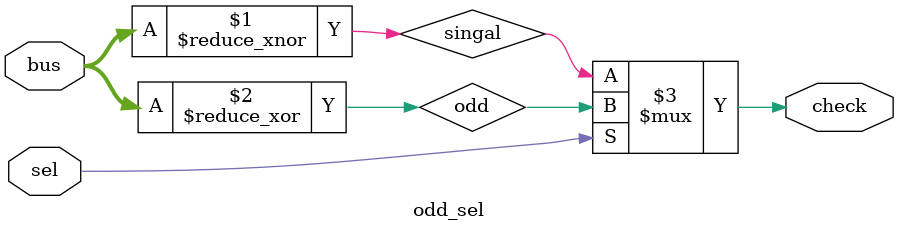
<source format=v>
`timescale 1ns/1ns
module odd_sel(
input [31:0] bus,
input sel,
output check
);
//*************code***********//
wire singal, odd;
    assign singal = ~^bus;
    assign odd = ^bus;
    assign check = (sel)? odd : singal;
//*************code***********//
endmodule
</source>
